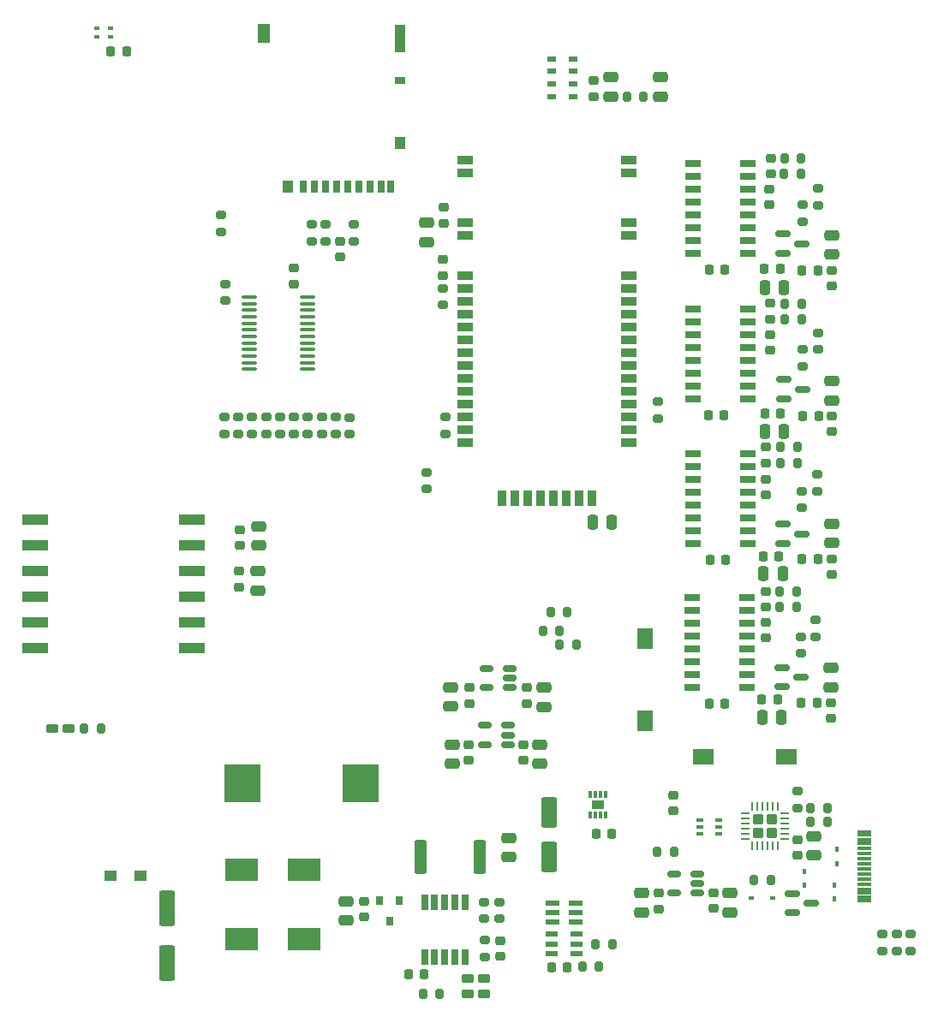
<source format=gtp>
G04 #@! TF.GenerationSoftware,KiCad,Pcbnew,7.0.2*
G04 #@! TF.CreationDate,2023-04-25T23:57:55+02:00*
G04 #@! TF.ProjectId,ruche,72756368-652e-46b6-9963-61645f706362,rev?*
G04 #@! TF.SameCoordinates,Original*
G04 #@! TF.FileFunction,Paste,Top*
G04 #@! TF.FilePolarity,Positive*
%FSLAX46Y46*%
G04 Gerber Fmt 4.6, Leading zero omitted, Abs format (unit mm)*
G04 Created by KiCad (PCBNEW 7.0.2) date 2023-04-25 23:57:55*
%MOMM*%
%LPD*%
G01*
G04 APERTURE LIST*
G04 Aperture macros list*
%AMRoundRect*
0 Rectangle with rounded corners*
0 $1 Rounding radius*
0 $2 $3 $4 $5 $6 $7 $8 $9 X,Y pos of 4 corners*
0 Add a 4 corners polygon primitive as box body*
4,1,4,$2,$3,$4,$5,$6,$7,$8,$9,$2,$3,0*
0 Add four circle primitives for the rounded corners*
1,1,$1+$1,$2,$3*
1,1,$1+$1,$4,$5*
1,1,$1+$1,$6,$7*
1,1,$1+$1,$8,$9*
0 Add four rect primitives between the rounded corners*
20,1,$1+$1,$2,$3,$4,$5,0*
20,1,$1+$1,$4,$5,$6,$7,0*
20,1,$1+$1,$6,$7,$8,$9,0*
20,1,$1+$1,$8,$9,$2,$3,0*%
G04 Aperture macros list end*
%ADD10RoundRect,0.250000X-0.550000X1.500000X-0.550000X-1.500000X0.550000X-1.500000X0.550000X1.500000X0*%
%ADD11RoundRect,0.225000X-0.250000X0.225000X-0.250000X-0.225000X0.250000X-0.225000X0.250000X0.225000X0*%
%ADD12RoundRect,0.250000X-0.475000X0.250000X-0.475000X-0.250000X0.475000X-0.250000X0.475000X0.250000X0*%
%ADD13RoundRect,0.225000X-0.225000X-0.250000X0.225000X-0.250000X0.225000X0.250000X-0.225000X0.250000X0*%
%ADD14RoundRect,0.250000X0.475000X-0.250000X0.475000X0.250000X-0.475000X0.250000X-0.475000X-0.250000X0*%
%ADD15RoundRect,0.250000X0.550000X-1.250000X0.550000X1.250000X-0.550000X1.250000X-0.550000X-1.250000X0*%
%ADD16RoundRect,0.212500X-0.400000X-0.212500X0.400000X-0.212500X0.400000X0.212500X-0.400000X0.212500X0*%
%ADD17R,1.240000X1.120000*%
%ADD18R,3.200000X2.250000*%
%ADD19R,0.650000X1.525000*%
%ADD20R,3.650000X3.750000*%
%ADD21R,0.800000X0.900000*%
%ADD22RoundRect,0.200000X-0.200000X-0.275000X0.200000X-0.275000X0.200000X0.275000X-0.200000X0.275000X0*%
%ADD23RoundRect,0.200000X0.275000X-0.200000X0.275000X0.200000X-0.275000X0.200000X-0.275000X-0.200000X0*%
%ADD24RoundRect,0.200000X-0.275000X0.200000X-0.275000X-0.200000X0.275000X-0.200000X0.275000X0.200000X0*%
%ADD25RoundRect,0.250000X-0.362500X-1.425000X0.362500X-1.425000X0.362500X1.425000X-0.362500X1.425000X0*%
%ADD26R,0.300000X0.750000*%
%ADD27R,1.300000X0.900000*%
%ADD28R,2.500000X1.000000*%
%ADD29R,0.500000X0.300000*%
%ADD30RoundRect,0.225000X0.250000X-0.225000X0.250000X0.225000X-0.250000X0.225000X-0.250000X-0.225000X0*%
%ADD31R,0.650000X0.400000*%
%ADD32RoundRect,0.150000X-0.587500X-0.150000X0.587500X-0.150000X0.587500X0.150000X-0.587500X0.150000X0*%
%ADD33RoundRect,0.225000X0.225000X0.250000X-0.225000X0.250000X-0.225000X-0.250000X0.225000X-0.250000X0*%
%ADD34R,0.600000X0.450000*%
%ADD35R,0.700000X1.200000*%
%ADD36R,1.000000X0.800000*%
%ADD37R,1.000000X1.200000*%
%ADD38R,1.000000X2.800000*%
%ADD39R,1.300000X1.900000*%
%ADD40RoundRect,0.218750X0.218750X0.256250X-0.218750X0.256250X-0.218750X-0.256250X0.218750X-0.256250X0*%
%ADD41RoundRect,0.218750X-0.256250X0.218750X-0.256250X-0.218750X0.256250X-0.218750X0.256250X0.218750X0*%
%ADD42RoundRect,0.250000X-0.250000X-0.475000X0.250000X-0.475000X0.250000X0.475000X-0.250000X0.475000X0*%
%ADD43RoundRect,0.100000X-0.637500X-0.100000X0.637500X-0.100000X0.637500X0.100000X-0.637500X0.100000X0*%
%ADD44RoundRect,0.150000X0.512500X0.150000X-0.512500X0.150000X-0.512500X-0.150000X0.512500X-0.150000X0*%
%ADD45R,0.420000X0.550000*%
%ADD46RoundRect,0.250000X0.275000X-0.275000X0.275000X0.275000X-0.275000X0.275000X-0.275000X-0.275000X0*%
%ADD47RoundRect,0.062500X0.062500X-0.350000X0.062500X0.350000X-0.062500X0.350000X-0.062500X-0.350000X0*%
%ADD48RoundRect,0.062500X0.350000X-0.062500X0.350000X0.062500X-0.350000X0.062500X-0.350000X-0.062500X0*%
%ADD49R,2.000000X1.500000*%
%ADD50R,1.525000X0.700000*%
%ADD51R,1.400000X0.600000*%
%ADD52R,1.200000X0.600000*%
%ADD53R,1.450000X0.300000*%
%ADD54RoundRect,0.200000X0.200000X0.275000X-0.200000X0.275000X-0.200000X-0.275000X0.200000X-0.275000X0*%
%ADD55R,1.500000X2.000000*%
%ADD56R,1.500000X0.900000*%
%ADD57R,0.900000X1.500000*%
%ADD58R,0.950000X0.550000*%
G04 APERTURE END LIST*
D10*
X102625000Y-157110000D03*
X102625000Y-162510000D03*
D11*
X122060000Y-156385000D03*
X122060000Y-157935000D03*
D12*
X120290000Y-156390000D03*
X120290000Y-158290000D03*
D11*
X135560000Y-160275000D03*
X135560000Y-161825000D03*
D13*
X145005000Y-149750000D03*
X146555000Y-149750000D03*
X126495000Y-163600000D03*
X128045000Y-163600000D03*
D14*
X136410000Y-152035000D03*
X136410000Y-150135000D03*
D15*
X140380000Y-152010000D03*
X140380000Y-147610000D03*
D13*
X97067391Y-72357391D03*
X98617391Y-72357391D03*
D16*
X91268750Y-139310000D03*
X92893750Y-139310000D03*
D17*
X100030000Y-153900000D03*
X97030000Y-153900000D03*
D16*
X132307500Y-165542000D03*
X133932500Y-165542000D03*
X132327500Y-163992000D03*
X133952500Y-163992000D03*
D18*
X116180000Y-153260000D03*
X116180000Y-160160000D03*
X110025000Y-153235000D03*
X110025000Y-160135000D03*
D19*
X128070000Y-161912000D03*
X129070000Y-161912000D03*
X130070000Y-161912000D03*
X131070000Y-161912000D03*
X132070000Y-161912000D03*
X132070000Y-156488000D03*
X131070000Y-156488000D03*
X130070000Y-156488000D03*
X129070000Y-156488000D03*
X128070000Y-156488000D03*
D20*
X110040000Y-144690000D03*
X121740000Y-144690000D03*
D21*
X125540000Y-156350000D03*
X123640000Y-156350000D03*
X124590000Y-158350000D03*
D22*
X94416250Y-139300000D03*
X96066250Y-139300000D03*
D23*
X133990000Y-161875000D03*
X133990000Y-160225000D03*
D22*
X127895000Y-165540000D03*
X129545000Y-165540000D03*
D24*
X135460000Y-156485000D03*
X135460000Y-158135000D03*
D23*
X133960000Y-158135000D03*
X133960000Y-156485000D03*
D25*
X127637500Y-152030000D03*
X133562500Y-152030000D03*
D26*
X144480000Y-147810000D03*
X144980000Y-147810000D03*
X145480000Y-147810000D03*
X145980000Y-147810000D03*
X145980000Y-145810000D03*
X145480000Y-145810000D03*
X144980000Y-145810000D03*
X144480000Y-145810000D03*
D27*
X145230000Y-146810000D03*
D28*
X105065000Y-131360000D03*
X105065000Y-128820000D03*
X105065000Y-126280000D03*
X105065000Y-123740000D03*
X105065000Y-121200000D03*
X105065000Y-118660000D03*
X89565000Y-118660000D03*
X89565000Y-121200000D03*
X89565000Y-123740000D03*
X89565000Y-126280000D03*
X89565000Y-128820000D03*
X89565000Y-131360000D03*
D29*
X95667391Y-70082391D03*
X95667391Y-70882391D03*
X97067391Y-70882391D03*
X97067391Y-70082391D03*
D11*
X109765000Y-123750000D03*
X109765000Y-125300000D03*
D12*
X111590000Y-123750000D03*
X111590000Y-125650000D03*
D23*
X128270000Y-115605000D03*
X128270000Y-113955000D03*
D12*
X130668750Y-135220000D03*
X130668750Y-137120000D03*
D30*
X109780000Y-121215000D03*
X109780000Y-119665000D03*
D23*
X166970000Y-87565000D03*
X166970000Y-85915000D03*
D14*
X168330000Y-92410000D03*
X168330000Y-90510000D03*
D12*
X149560000Y-155590000D03*
X149560000Y-157490000D03*
D31*
X155260000Y-148400000D03*
X155260000Y-149050000D03*
X155260000Y-149700000D03*
X157160000Y-149700000D03*
X157160000Y-149050000D03*
X157160000Y-148400000D03*
D23*
X151090000Y-108635000D03*
X151090000Y-106985000D03*
X108340000Y-96995000D03*
X108340000Y-95345000D03*
D14*
X168200000Y-135210000D03*
X168200000Y-133310000D03*
D11*
X156620000Y-155555000D03*
X156620000Y-157105000D03*
D32*
X163382500Y-133250000D03*
X163382500Y-135150000D03*
X165257500Y-134200000D03*
D33*
X142165000Y-162890000D03*
X140615000Y-162890000D03*
D23*
X166710000Y-130235000D03*
X166710000Y-128585000D03*
D22*
X166215000Y-148530000D03*
X167865000Y-148530000D03*
D23*
X165410000Y-89145000D03*
X165410000Y-87495000D03*
D30*
X161800000Y-113015000D03*
X161800000Y-111465000D03*
D13*
X156255000Y-122610000D03*
X157805000Y-122610000D03*
D34*
X160390000Y-156040000D03*
X162490000Y-156040000D03*
D13*
X161695000Y-108180000D03*
X163245000Y-108180000D03*
D24*
X109670000Y-108485000D03*
X109670000Y-110135000D03*
D23*
X176140000Y-161275000D03*
X176140000Y-159625000D03*
D24*
X112400000Y-108485000D03*
X112400000Y-110135000D03*
D35*
X116085000Y-85670000D03*
X117185000Y-85670000D03*
X118285000Y-85670000D03*
X119385000Y-85670000D03*
X120485000Y-85670000D03*
X121585000Y-85670000D03*
X122685000Y-85670000D03*
X123785000Y-85670000D03*
X124735000Y-85670000D03*
D36*
X125685000Y-75170000D03*
D37*
X125685000Y-81370000D03*
D38*
X125685000Y-71020000D03*
D37*
X114535000Y-85670000D03*
D39*
X112185000Y-70570000D03*
D40*
X166947500Y-122550000D03*
X165372500Y-122550000D03*
D24*
X115150000Y-108485000D03*
X115150000Y-110135000D03*
D11*
X168350000Y-108385000D03*
X168350000Y-109935000D03*
D24*
X119270000Y-108505000D03*
X119270000Y-110155000D03*
D14*
X168350000Y-106850000D03*
X168350000Y-104950000D03*
D41*
X129890000Y-92906250D03*
X129890000Y-94481250D03*
D23*
X166890000Y-115835000D03*
X166890000Y-114185000D03*
D42*
X161710000Y-109900000D03*
X163610000Y-109900000D03*
X161450000Y-138200000D03*
X163350000Y-138200000D03*
D32*
X163582500Y-104780000D03*
X163582500Y-106680000D03*
X165457500Y-105730000D03*
D43*
X110747500Y-96625000D03*
X110747500Y-97275000D03*
X110747500Y-97925000D03*
X110747500Y-98575000D03*
X110747500Y-99225000D03*
X110747500Y-99875000D03*
X110747500Y-100525000D03*
X110747500Y-101175000D03*
X110747500Y-101825000D03*
X110747500Y-102475000D03*
X110747500Y-103125000D03*
X110747500Y-103775000D03*
X116472500Y-103775000D03*
X116472500Y-103125000D03*
X116472500Y-102475000D03*
X116472500Y-101825000D03*
X116472500Y-101175000D03*
X116472500Y-100525000D03*
X116472500Y-99875000D03*
X116472500Y-99225000D03*
X116472500Y-98575000D03*
X116472500Y-97925000D03*
X116472500Y-97275000D03*
X116472500Y-96625000D03*
D24*
X108310000Y-108485000D03*
X108310000Y-110135000D03*
D44*
X155047500Y-155590000D03*
X155047500Y-154640000D03*
X155047500Y-153690000D03*
X152772500Y-153690000D03*
X152772500Y-155590000D03*
D45*
X165630000Y-153430000D03*
X165630000Y-154830000D03*
D11*
X151200000Y-155585000D03*
X151200000Y-157135000D03*
D44*
X136280000Y-140890000D03*
X136280000Y-139940000D03*
X136280000Y-138990000D03*
X134005000Y-138990000D03*
X134005000Y-140890000D03*
D46*
X161060000Y-149600000D03*
X162360000Y-149600000D03*
X161060000Y-148300000D03*
X162360000Y-148300000D03*
D47*
X160460000Y-150887500D03*
X160960000Y-150887500D03*
X161460000Y-150887500D03*
X161960000Y-150887500D03*
X162460000Y-150887500D03*
X162960000Y-150887500D03*
D48*
X163647500Y-150200000D03*
X163647500Y-149700000D03*
X163647500Y-149200000D03*
X163647500Y-148700000D03*
X163647500Y-148200000D03*
X163647500Y-147700000D03*
D47*
X162960000Y-147012500D03*
X162460000Y-147012500D03*
X161960000Y-147012500D03*
X161460000Y-147012500D03*
X160960000Y-147012500D03*
X160460000Y-147012500D03*
D48*
X159772500Y-147700000D03*
X159772500Y-148200000D03*
X159772500Y-148700000D03*
X159772500Y-149200000D03*
X159772500Y-149700000D03*
X159772500Y-150200000D03*
D49*
X155640000Y-142100000D03*
X163840000Y-142100000D03*
D23*
X165250000Y-131855000D03*
X165250000Y-130205000D03*
D11*
X168330000Y-93995000D03*
X168330000Y-95545000D03*
D14*
X151355000Y-76810000D03*
X151355000Y-74910000D03*
D11*
X168300000Y-122545000D03*
X168300000Y-124095000D03*
D23*
X164950000Y-147145000D03*
X164950000Y-145495000D03*
D13*
X161535000Y-122280000D03*
X163085000Y-122280000D03*
D24*
X129900000Y-95748750D03*
X129900000Y-97398750D03*
D13*
X156185000Y-136830000D03*
X157735000Y-136830000D03*
D11*
X138188750Y-135255000D03*
X138188750Y-136805000D03*
D22*
X148055000Y-76810000D03*
X149705000Y-76810000D03*
D13*
X156105000Y-108320000D03*
X157655000Y-108320000D03*
D22*
X140545000Y-127790000D03*
X142195000Y-127790000D03*
D23*
X174740000Y-161305000D03*
X174740000Y-159655000D03*
D40*
X166957500Y-93970000D03*
X165382500Y-93970000D03*
X166837500Y-136720000D03*
X165262500Y-136720000D03*
D14*
X111640000Y-121180000D03*
X111640000Y-119280000D03*
D22*
X163245000Y-111470000D03*
X164895000Y-111470000D03*
D50*
X160032000Y-106685000D03*
X160032000Y-105415000D03*
X160032000Y-104145000D03*
X160032000Y-102875000D03*
X160032000Y-101605000D03*
X160032000Y-100335000D03*
X160032000Y-99065000D03*
X160032000Y-97795000D03*
X154608000Y-97795000D03*
X154608000Y-99065000D03*
X154608000Y-100335000D03*
X154608000Y-101605000D03*
X154608000Y-102875000D03*
X154608000Y-104145000D03*
X154608000Y-105415000D03*
X154608000Y-106685000D03*
D51*
X140705000Y-156560000D03*
X140705000Y-157510000D03*
X140705000Y-158460000D03*
X143005000Y-156560000D03*
X143005000Y-157510000D03*
X143005000Y-158460000D03*
D23*
X121090000Y-91115000D03*
X121090000Y-89465000D03*
D50*
X159992000Y-120995000D03*
X159992000Y-119725000D03*
X159992000Y-118455000D03*
X159992000Y-117185000D03*
X159992000Y-115915000D03*
X159992000Y-114645000D03*
X159992000Y-113375000D03*
X159992000Y-112105000D03*
X154568000Y-112105000D03*
X154568000Y-113375000D03*
X154568000Y-114645000D03*
X154568000Y-115915000D03*
X154568000Y-117185000D03*
X154568000Y-118455000D03*
X154568000Y-119725000D03*
X154568000Y-120995000D03*
D22*
X141405000Y-131040000D03*
X143055000Y-131040000D03*
X139755000Y-129620000D03*
X141405000Y-129620000D03*
D11*
X119730000Y-91115000D03*
X119730000Y-92665000D03*
D23*
X165470000Y-103455000D03*
X165470000Y-101805000D03*
D22*
X163175000Y-127310000D03*
X164825000Y-127310000D03*
D24*
X117910000Y-108485000D03*
X117910000Y-110135000D03*
D42*
X161680000Y-95660000D03*
X163580000Y-95660000D03*
X161550000Y-123990000D03*
X163450000Y-123990000D03*
D13*
X156175000Y-93930000D03*
X157725000Y-93930000D03*
D30*
X162250000Y-98805000D03*
X162250000Y-97255000D03*
D50*
X159972000Y-135195000D03*
X159972000Y-133925000D03*
X159972000Y-132655000D03*
X159972000Y-131385000D03*
X159972000Y-130115000D03*
X159972000Y-128845000D03*
X159972000Y-127575000D03*
X159972000Y-126305000D03*
X154548000Y-126305000D03*
X154548000Y-127575000D03*
X154548000Y-128845000D03*
X154548000Y-130115000D03*
X154548000Y-131385000D03*
X154548000Y-132655000D03*
X154548000Y-133925000D03*
X154548000Y-135195000D03*
D22*
X163245000Y-113020000D03*
X164895000Y-113020000D03*
D52*
X143100000Y-161560000D03*
X143100000Y-160610000D03*
X143100000Y-159660000D03*
X140600000Y-159660000D03*
X140600000Y-160610000D03*
X140600000Y-161560000D03*
D11*
X132442500Y-140895000D03*
X132442500Y-142445000D03*
D13*
X161415000Y-136440000D03*
X162965000Y-136440000D03*
D12*
X158250000Y-155590000D03*
X158250000Y-157490000D03*
D13*
X161665000Y-93800000D03*
X163215000Y-93800000D03*
D53*
X171507500Y-156320000D03*
X171507500Y-155520000D03*
X171507500Y-154170000D03*
X171507500Y-153170000D03*
X171507500Y-152670000D03*
X171507500Y-151670000D03*
X171507500Y-150320000D03*
X171507500Y-149520000D03*
X171507500Y-149820000D03*
X171507500Y-150620000D03*
X171507500Y-151170000D03*
X171507500Y-152170000D03*
X171507500Y-153670000D03*
X171507500Y-154670000D03*
X171507500Y-155220000D03*
X171507500Y-156020000D03*
D14*
X166560000Y-151850000D03*
X166560000Y-149950000D03*
D32*
X164412500Y-155610000D03*
X164412500Y-157510000D03*
X166287500Y-156560000D03*
D23*
X166970000Y-101825000D03*
X166970000Y-100175000D03*
X118300000Y-91095000D03*
X118300000Y-89445000D03*
D12*
X128250000Y-89300000D03*
X128250000Y-91200000D03*
D30*
X164940000Y-151825000D03*
X164940000Y-150275000D03*
X144805000Y-76785000D03*
X144805000Y-75235000D03*
D24*
X111020000Y-108485000D03*
X111020000Y-110135000D03*
D54*
X162305000Y-154310000D03*
X160655000Y-154310000D03*
D32*
X163502500Y-119100000D03*
X163502500Y-121000000D03*
X165377500Y-120050000D03*
D45*
X168560000Y-154770000D03*
X168560000Y-156170000D03*
D30*
X162140000Y-87495000D03*
X162140000Y-85945000D03*
D55*
X149842000Y-138576000D03*
X149842000Y-130376000D03*
D24*
X116530000Y-108485000D03*
X116530000Y-110135000D03*
D22*
X163695000Y-98800000D03*
X165345000Y-98800000D03*
D24*
X130100000Y-108495000D03*
X130100000Y-110145000D03*
D56*
X132110000Y-83095000D03*
X132110000Y-84335000D03*
X132110000Y-89295000D03*
X132110000Y-90565000D03*
X132110000Y-94495000D03*
X132110000Y-95765000D03*
X132110000Y-97035000D03*
X132110000Y-98305000D03*
X132110000Y-99575000D03*
X132110000Y-100845000D03*
X132110000Y-102115000D03*
X132110000Y-103385000D03*
X132110000Y-104655000D03*
X132110000Y-105925000D03*
X132110000Y-107195000D03*
X132110000Y-108465000D03*
X132110000Y-109735000D03*
X132110000Y-111005000D03*
D57*
X135720000Y-116495000D03*
X136990000Y-116495000D03*
X138260000Y-116495000D03*
X139530000Y-116495000D03*
X140800000Y-116495000D03*
X142070000Y-116495000D03*
X143340000Y-116495000D03*
X144610000Y-116495000D03*
D56*
X148210000Y-111005000D03*
X148210000Y-109735000D03*
X148210000Y-108465000D03*
X148210000Y-107195000D03*
X148210000Y-105925000D03*
X148210000Y-104655000D03*
X148210000Y-103385000D03*
X148210000Y-102115000D03*
X148210000Y-100845000D03*
X148210000Y-99575000D03*
X148210000Y-98305000D03*
X148210000Y-97035000D03*
X148210000Y-95765000D03*
X148210000Y-94495000D03*
X148210000Y-90565000D03*
X148210000Y-89295000D03*
X148210000Y-84365000D03*
X148210000Y-83095000D03*
D30*
X162250000Y-101875000D03*
X162250000Y-100325000D03*
D11*
X168200000Y-136725000D03*
X168200000Y-138275000D03*
D54*
X145305000Y-162870000D03*
X143655000Y-162870000D03*
D24*
X113780000Y-108485000D03*
X113780000Y-110135000D03*
D11*
X152650000Y-145885000D03*
X152650000Y-147435000D03*
D30*
X115180000Y-95335000D03*
X115180000Y-93785000D03*
D40*
X167007500Y-108360000D03*
X165432500Y-108360000D03*
D50*
X159990000Y-92300000D03*
X159990000Y-91030000D03*
X159990000Y-89760000D03*
X159990000Y-88490000D03*
X159990000Y-87220000D03*
X159990000Y-85950000D03*
X159990000Y-84680000D03*
X159990000Y-83410000D03*
X154566000Y-83410000D03*
X154566000Y-84680000D03*
X154566000Y-85950000D03*
X154566000Y-87220000D03*
X154566000Y-88490000D03*
X154566000Y-89760000D03*
X154566000Y-91030000D03*
X154566000Y-92300000D03*
D30*
X162320000Y-84445000D03*
X162320000Y-82895000D03*
D12*
X130802500Y-140890000D03*
X130802500Y-142790000D03*
D24*
X107950000Y-88505000D03*
X107950000Y-90155000D03*
D22*
X163185000Y-125780000D03*
X164835000Y-125780000D03*
D30*
X161790000Y-127305000D03*
X161790000Y-125755000D03*
D22*
X151049000Y-151494000D03*
X152699000Y-151494000D03*
D14*
X146480000Y-76810000D03*
X146480000Y-74910000D03*
D58*
X142750000Y-76805000D03*
X142750000Y-75555000D03*
X142750000Y-74305000D03*
X142750000Y-73055000D03*
X140600000Y-73055000D03*
X140600000Y-74305000D03*
X140600000Y-75555000D03*
X140600000Y-76805000D03*
D54*
X167875000Y-147150000D03*
X166225000Y-147150000D03*
D12*
X139858750Y-135250000D03*
X139858750Y-137150000D03*
D42*
X144670000Y-118880000D03*
X146570000Y-118880000D03*
D12*
X139420000Y-140870000D03*
X139420000Y-142770000D03*
D14*
X168300000Y-120930000D03*
X168300000Y-119030000D03*
D44*
X136486250Y-135250000D03*
X136486250Y-134300000D03*
X136486250Y-133350000D03*
X134211250Y-133350000D03*
X134211250Y-135250000D03*
D24*
X120630000Y-108525000D03*
X120630000Y-110175000D03*
D22*
X144965000Y-160610000D03*
X146615000Y-160610000D03*
D30*
X161800000Y-116185000D03*
X161800000Y-114635000D03*
X129940000Y-89305000D03*
X129940000Y-87755000D03*
D11*
X132478750Y-135255000D03*
X132478750Y-136805000D03*
D23*
X116910000Y-91115000D03*
X116910000Y-89465000D03*
X173330000Y-161305000D03*
X173330000Y-159655000D03*
D22*
X163625000Y-82890000D03*
X165275000Y-82890000D03*
D23*
X165370000Y-117485000D03*
X165370000Y-115835000D03*
D32*
X163502500Y-90390000D03*
X163502500Y-92290000D03*
X165377500Y-91340000D03*
D22*
X163615000Y-84410000D03*
X165265000Y-84410000D03*
X163695000Y-97280000D03*
X165345000Y-97280000D03*
D11*
X137830000Y-140895000D03*
X137830000Y-142445000D03*
D45*
X168840000Y-152670000D03*
X168840000Y-151270000D03*
D30*
X161800000Y-130355000D03*
X161800000Y-128805000D03*
M02*

</source>
